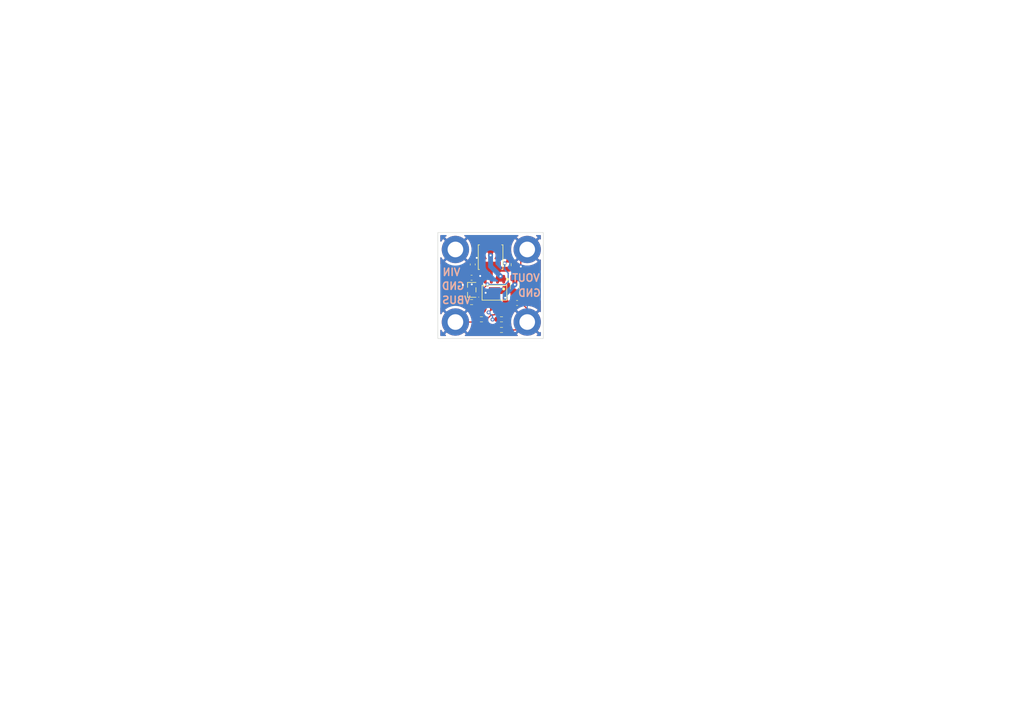
<source format=kicad_pcb>
(kicad_pcb (version 20211014) (generator pcbnew)
  (layers (0 "F.Cu" signal) (31 "B.Cu" signal) (34 "B.Paste" user) (35 "F.Paste" user) (36 "B.SilkS" user "B.Silkscreen") (37 "F.SilkS" user "F.Silkscreen") (38 "B.Mask" user) (39 "F.Mask" user) (44 "Edge.Cuts" user))
  (net 0 "")
  (net 1 "VIN")
  (net 2 "GND")
  (net 3 "Net-(C2-Pad1)")
  (net 4 "Net-(L1-Pad2)")
  (net 5 "VBUS")
  (net 6 "Net-(R1-Pad2)")
  (net 7 "Net-(R3-Pad1)")
  (net 8 "Net-(R4-Pad1)")
  (net 9 "VOUT")
  (footprint "Resistor_SMD:R_0603_1608Metric_Pad0.98x0.95mm_HandSolder" (layer "F.Cu") (at 96.634986 61.970853)
    (fp_text reference "R1" hide)
    (fp_text value "100K")
    (fp_line (start -0.254724 0.5225) (end 0.254724 0.5225) (layer "F.SilkS") (width 0.12))
    (fp_line (start -0.254724 -0.5225) (end 0.254724 -0.5225) (layer "F.SilkS") (width 0.12))
    (pad "1" smd roundrect (at -0.9125 0) (size 0.975 0.95) (layers "F.Cu" "F.Paste" "F.Mask") (net 5 "VBUS"))
    (pad "2" smd roundrect (at 0.9125 0) (size 0.975 0.95) (layers "F.Cu" "F.Paste" "F.Mask") (net 6 "Net-(R1-Pad2)"))
  )
  (footprint "footprint:Solder pad" (layer "F.Cu") (at 109.0168 56.9468 90)
    (fp_text reference "P2" hide)
    (fp_text value "Solder_Pad")
    (pad "1" smd rect (at -0.0762 0.0508 90) (size 2 3.5) (layers "F.Cu" "F.Mask") (net 9 "VOUT"))
  )
  (footprint "Resistor_SMD:R_0603_1608Metric_Pad0.98x0.95mm_HandSolder" (layer "F.Cu") (at 104.2416 54.30565 90)
    (fp_text reference "R2" hide)
    (fp_text value "100K")
    (fp_line (start -0.254724 -0.5225) (end 0.254724 -0.5225) (layer "F.SilkS") (width 0.12))
    (fp_line (start -0.254724 0.5225) (end 0.254724 0.5225) (layer "F.SilkS") (width 0.12))
    (pad "1" smd roundrect (at -0.9125 0 90) (size 0.975 0.95) (layers "F.Cu" "F.Paste" "F.Mask") (net 1 "VIN"))
    (pad "2" smd roundrect (at 0.9125 0 90) (size 0.975 0.95) (layers "F.Cu" "F.Paste" "F.Mask") (net 3 "Net-(C2-Pad1)"))
  )
  (footprint "Capacitor_SMD:C_0603_1608Metric_Pad1.08x0.95mm_HandSolder" (layer "F.Cu") (at 105.9688 62.14765)
    (fp_text reference "C3" hide)
    (fp_text value "22uF")
    (fp_line (start -0.146267 -0.51) (end 0.146267 -0.51) (layer "F.SilkS") (width 0.12))
    (fp_line (start -0.146267 0.51) (end 0.146267 0.51) (layer "F.SilkS") (width 0.12))
    (pad "1" smd roundrect (at -0.8625 0) (size 1.075 0.95) (layers "F.Cu" "F.Paste" "F.Mask") (net 9 "VOUT"))
    (pad "2" smd roundrect (at 0.8625 0) (size 1.075 0.95) (layers "F.Cu" "F.Paste" "F.Mask") (net 2 "GND"))
  )
  (footprint "footprint:IND-SMD_L5.0-W5.0" (layer "F.Cu") (at 100.5332 52.74965 -90)
    (fp_text reference "L1" hide)
    (fp_text value "CKCS5040-3_3UH_M")
    (fp_line (start 2.526213 -2.526213) (end 2.526213 -2.262408) (layer "F.SilkS") (width 0.1524))
    (fp_line (start -2.526213 -2.262408) (end -2.526213 -2.526213) (layer "F.SilkS") (width 0.1524))
    (fp_line (start 2.526213 2.526213) (end 2.526213 2.262408) (layer "F.SilkS") (width 0.1524))
    (fp_line (start -2.526213 2.262408) (end -2.526213 2.526213) (layer "F.SilkS") (width 0.1524))
    (fp_line (start -2.526213 -2.526213) (end 2.526213 -2.526213) (layer "F.SilkS") (width 0.1524))
    (fp_line (start -2.526213 2.526213) (end 2.526213 2.526213) (layer "F.SilkS") (width 0.1524))
    (fp_circle (center 2.5 -2.5) (end 2.529997 -2.5) (layer "F.SilkS") (width 0.059995) (fill none))
    (pad "1" smd rect (at 2 0 270) (size 2.124003 4.220015) (layers "F.Cu" "F.Paste" "F.Mask") (net 1 "VIN"))
    (pad "2" smd rect (at -2 0 270) (size 2.124003 4.220015) (layers "F.Cu" "F.Paste" "F.Mask") (net 4 "Net-(L1-Pad2)"))
  )
  (footprint "footprint:Solder pad" (layer "F.Cu") (at 109.0168 60.0202 90)
    (fp_text reference "P5" hide)
    (fp_text value "Solder_Pad")
    (pad "1" smd rect (at -0.0762 0.0508 90) (size 2 3.5) (layers "F.Cu" "F.Mask") (net 2 "GND"))
  )
  (footprint "MountingHole:MountingHole_3.2mm_M3_DIN965_Pad" (layer "F.Cu") (at 93.3196 66.05925)
    (fp_text reference "H2" hide)
    (fp_text value "MountingHole_Pad")
    (pad "1" thru_hole circle (at 0 0) (size 5.6 5.6) (drill 3.2) (layers *.Cu *.Mask) (net 2 "GND"))
  )
  (footprint "footprint:SOP-8_L4.9-W3.9-P1.27-LS6.0-BL-EP" (layer "F.Cu") (at 101.323794 60.055103 180)
    (fp_text reference "U2" hide)
    (fp_text value "FP6276BXR-G1")
    (fp_line (start 2.526213 -1.521412) (end 2.526213 1.521412) (layer "F.SilkS") (width 0.1524))
    (fp_line (start 2.526213 1.521412) (end -2.526213 1.521412) (layer "F.SilkS") (width 0.1524))
    (fp_line (start -2.526213 -1.521412) (end 2.526213 -1.521412) (layer "F.SilkS") (width 0.1524))
    (fp_line (start -2.526213 1.521412) (end -2.526213 -1.521412) (layer "F.SilkS") (width 0.1524))
    (fp_circle (center -2.651511 2.772416) (end -2.501397 2.772416) (layer "F.SilkS") (width 0.3) (fill none))
    (fp_circle (center -2.450089 3) (end -2.420117 3) (layer "F.SilkS") (width 0.059995) (fill none))
    (fp_circle (center -1.905004 0.769114) (end -1.75489 0.769114) (layer "F.SilkS") (width 0.3) (fill none))
    (pad "1" smd oval (at -1.905004 2.772416 180) (size 0.6 1.8) (layers "F.Cu" "F.Paste" "F.Mask") (net 4 "Net-(L1-Pad2)"))
    (pad "2" smd oval (at -0.635001 2.772416 180) (size 0.6 1.8) (layers "F.Cu" "F.Paste" "F.Mask") (net 4 "Net-(L1-Pad2)"))
    (pad "3" smd oval (at 0.635001 2.772416 180) (size 0.6 1.8) (layers "F.Cu" "F.Paste" "F.Mask") (net 1 "VIN"))
    (pad "4" smd oval (at 1.905004 2.772416 180) (size 0.6 1.8) (layers "F.Cu" "F.Paste" "F.Mask") (net 3 "Net-(C2-Pad1)"))
    (pad "5" smd oval (at 1.905004 -2.772416 180) (size 0.6 1.8) (layers "F.Cu" "F.Paste" "F.Mask") (net 2 "GND"))
    (pad "6" smd oval (at 0.635001 -2.772416 180) (size 0.6 1.8) (layers "F.Cu" "F.Paste" "F.Mask") (net 8 "Net-(R4-Pad1)"))
    (pad "7" smd oval (at -0.635001 -2.772416 180) (size 0.6 1.8) (layers "F.Cu" "F.Paste" "F.Mask") (net 7 "Net-(R3-Pad1)"))
    (pad "8" smd oval (at -1.905004 -2.772416 180) (size 0.6 1.8) (layers "F.Cu" "F.Paste" "F.Mask") (net 9 "VOUT"))
    (pad "9" smd rect (at 0 0 180) (size 2.289992 2.289992) (layers "F.Cu" "F.Paste" "F.Mask") (net 2 "GND"))
  )
  (footprint "footprint:Solder pad" (layer "F.Cu") (at 91.9988 58.5724 90)
    (fp_text reference "P4" hide)
    (fp_text value "Solder_Pad")
    (pad "1" smd rect (at -0.0762 0.0508 90) (size 2 3.5) (layers "F.Cu" "F.Mask") (net 2 "GND"))
  )
  (footprint "Resistor_SMD:R_0603_1608Metric_Pad0.98x0.95mm_HandSolder" (layer "F.Cu") (at 102.7684 65.50045)
    (fp_text reference "R4" hide)
    (fp_text value "36K")
    (fp_line (start -0.254724 -0.5225) (end 0.254724 -0.5225) (layer "F.SilkS") (width 0.12))
    (fp_line (start -0.254724 0.5225) (end 0.254724 0.5225) (layer "F.SilkS") (width 0.12))
    (pad "1" smd roundrect (at -0.9125 0) (size 0.975 0.95) (layers "F.Cu" "F.Paste" "F.Mask") (net 8 "Net-(R4-Pad1)"))
    (pad "2" smd roundrect (at 0.9125 0) (size 0.975 0.95) (layers "F.Cu" "F.Paste" "F.Mask") (net 9 "VOUT"))
  )
  (footprint "Resistor_SMD:R_0603_1608Metric_Pad0.98x0.95mm_HandSolder" (layer "F.Cu") (at 98.6536 65.50045 180)
    (fp_text reference "R3" hide)
    (fp_text value "62K")
    (fp_line (start -0.254724 0.5225) (end 0.254724 0.5225) (layer "F.SilkS") (width 0.12))
    (fp_line (start -0.254724 -0.5225) (end 0.254724 -0.5225) (layer "F.SilkS") (width 0.12))
    (pad "1" smd roundrect (at -0.9125 0 180) (size 0.975 0.95) (layers "F.Cu" "F.Paste" "F.Mask") (net 7 "Net-(R3-Pad1)"))
    (pad "2" smd roundrect (at 0.9125 0 180) (size 0.975 0.95) (layers "F.Cu" "F.Paste" "F.Mask") (net 2 "GND"))
  )
  (footprint "Capacitor_SMD:C_0603_1608Metric_Pad1.08x0.95mm_HandSolder" (layer "F.Cu") (at 96.8756 54.25485 90)
    (fp_text reference "C1" hide)
    (fp_text value "22uF")
    (fp_line (start -0.146267 -0.51) (end 0.146267 -0.51) (layer "F.SilkS") (width 0.12))
    (fp_line (start -0.146267 0.51) (end 0.146267 0.51) (layer "F.SilkS") (width 0.12))
    (pad "1" smd roundrect (at -0.8625 0 90) (size 1.075 0.95) (layers "F.Cu" "F.Paste" "F.Mask") (net 1 "VIN"))
    (pad "2" smd roundrect (at 0.8625 0 90) (size 1.075 0.95) (layers "F.Cu" "F.Paste" "F.Mask") (net 2 "GND"))
  )
  (footprint "Capacitor_SMD:C_0603_1608Metric_Pad1.08x0.95mm_HandSolder" (layer "F.Cu") (at 96.634986 56.96605)
    (fp_text reference "C2" hide)
    (fp_text value "0.1uf")
    (fp_line (start -0.146267 -0.51) (end 0.146267 -0.51) (layer "F.SilkS") (width 0.12))
    (fp_line (start -0.146267 0.51) (end 0.146267 0.51) (layer "F.SilkS") (width 0.12))
    (pad "1" smd roundrect (at -0.8625 0) (size 1.075 0.95) (layers "F.Cu" "F.Paste" "F.Mask") (net 3 "Net-(C2-Pad1)"))
    (pad "2" smd roundrect (at 0.8625 0) (size 1.075 0.95) (layers "F.Cu" "F.Paste" "F.Mask") (net 2 "GND"))
  )
  (footprint "MountingHole:MountingHole_3.2mm_M3_DIN965_Pad" (layer "F.Cu") (at 108.0516 51.17485)
    (fp_text reference "H4" hide)
    (fp_text value "MountingHole_Pad")
    (pad "1" thru_hole circle (at 0 0) (size 5.6 5.6) (drill 3.2) (layers *.Cu *.Mask) (net 2 "GND"))
  )
  (footprint "footprint:Solder pad" (layer "F.Cu") (at 91.9988 61.468 90)
    (fp_text reference "P3" hide)
    (fp_text value "Solder_Pad")
    (pad "1" smd rect (at -0.0762 0.0508 90) (size 2 3.5) (layers "F.Cu" "F.Mask") (net 5 "VBUS"))
  )
  (footprint "Capacitor_SMD:C_1206_3216Metric_Pad1.33x1.80mm_HandSolder" (layer "F.Cu") (at 105.5116 58.59165 -90)
    (fp_text reference "C4" hide)
    (fp_text value "100uF")
    (fp_line (start -0.711252 -0.91) (end 0.711252 -0.91) (layer "F.SilkS") (width 0.12))
    (fp_line (start -0.711252 0.91) (end 0.711252 0.91) (layer "F.SilkS") (width 0.12))
    (pad "1" smd roundrect (at -1.5625 0 270) (size 1.325 1.8) (layers "F.Cu" "F.Paste" "F.Mask") (roundrect_rratio 0.1886792453) (net 9 "VOUT"))
    (pad "2" smd roundrect (at 1.5625 0 270) (size 1.325 1.8) (layers "F.Cu" "F.Paste" "F.Mask") (roundrect_rratio 0.1886792453) (net 2 "GND"))
  )
  (footprint "footprint:SOT-23-3_L3.0-W1.7-P0.95-LS2.9-BR" (layer "F.Cu") (at 96.6724 59.45525)
    (fp_text reference "U1" hide)
    (fp_text value "S8050")
    (fp_line (start 0.8587 -0.455398) (end 0.8587 0.455398) (layer "F.SilkS") (width 0.1524))
    (fp_line (start -0.8587 1.526213) (end -0.8587 0.49459) (layer "F.SilkS") (width 0.1524))
    (fp_line (start 0.8587 -1.526213) (end -0.8587 -1.526213) (layer "F.SilkS") (width 0.1524))
    (fp_line (start 0.8587 1.526213) (end -0.8587 1.526213) (layer "F.SilkS") (width 0.1524))
    (fp_line (start -0.8587 -1.526213) (end -0.8587 -0.49459) (layer "F.SilkS") (width 0.1524))
    (fp_circle (center 1.424994 1.499975) (end 1.454991 1.499975) (layer "F.SilkS") (width 0.059995) (fill none))
    (pad "1" smd rect (at 1.101346 0.949962) (size 1.03749 0.532004) (layers "F.Cu" "F.Paste" "F.Mask") (net 6 "Net-(R1-Pad2)"))
    (pad "2" smd rect (at 1.101346 -0.949962) (size 1.03749 0.532004) (layers "F.Cu" "F.Paste" "F.Mask") (net 2 "GND"))
    (pad "3" smd rect (at -1.101346 0) (size 1.03749 0.532004) (layers "F.Cu" "F.Paste" "F.Mask") (net 3 "Net-(C2-Pad1)"))
  )
  (footprint "footprint:Solder pad" (layer "F.Cu") (at 91.9988 55.6768 90)
    (fp_text reference "P1" hide)
    (fp_text value "Solder_Pad")
    (pad "1" smd rect (at -0.0762 0.0508 90) (size 2 3.5) (layers "F.Cu" "F.Mask") (net 1 "VIN"))
  )
  (footprint "MountingHole:MountingHole_3.2mm_M3_DIN965_Pad" (layer "F.Cu") (at 93.3196 51.17485)
    (fp_text reference "H1" hide)
    (fp_text value "MountingHole_Pad")
    (pad "1" thru_hole circle (at 0 0) (size 5.6 5.6) (drill 3.2) (layers *.Cu *.Mask) (net 2 "GND"))
  )
  (footprint "Resistor_SMD:R_0603_1608Metric_Pad0.98x0.95mm_HandSolder" (layer "F.Cu") (at 102.7684 67.68485 180)
    (fp_text reference "R5" hide)
    (fp_text value "5.1K")
    (fp_line (start -0.254724 -0.5225) (end 0.254724 -0.5225) (layer "F.SilkS") (width 0.12))
    (fp_line (start -0.254724 0.5225) (end 0.254724 0.5225) (layer "F.SilkS") (width 0.12))
    (pad "1" smd roundrect (at -0.9125 0 180) (size 0.975 0.95) (layers "F.Cu" "F.Paste" "F.Mask") (net 2 "GND"))
    (pad "2" smd roundrect (at 0.9125 0 180) (size 0.975 0.95) (layers "F.Cu" "F.Paste" "F.Mask") (net 8 "Net-(R4-Pad1)"))
  )
  (footprint "MountingHole:MountingHole_3.2mm_M3_DIN965_Pad" (layer "F.Cu") (at 108.0516 66.05925)
    (fp_text reference "H3" hide)
    (fp_text value "MountingHole_Pad")
    (pad "1" thru_hole circle (at 0 0) (size 5.6 5.6) (drill 3.2) (layers *.Cu *.Mask) (net 2 "GND"))
  )
  (gr_rect (start 89.7128 47.7012) (end 111.3536 69.4436) (layer "Edge.Cuts") (width 0.1) (fill none))
  (gr_text "GND" (at 92.8624 58.674) (layer "B.SilkS") (effects (font (size 1.5 1.5) (thickness 0.3)) (justify mirror)))
  (gr_text "GND" (at 108.5088 60.0964) (layer "B.SilkS") (effects (font (size 1.5 1.5) (thickness 0.3)) (justify mirror)))
  (gr_text "VOUT" (at 107.7976 56.9976) (layer "B.SilkS") (effects (font (size 1.5 1.5) (thickness 0.3)) (justify mirror)))
  (gr_text "VBUS" (at 93.5228 61.5696) (layer "B.SilkS") (effects (font (size 1.5 1.5) (thickness 0.3)) (justify mirror)))
  (gr_text "VIN" (at 92.5068 55.8292) (layer "B.SilkS") (effects (font (size 1.5 1.5) (thickness 0.3)) (justify mirror)))
  (segment (start 93.0148 55.18805) (end 92.456 55.74685) (width 0.25) (layer "F.Cu") (net 1))
  (segment (start 104.1607 55.23885) (end 101.0224 55.23885) (width 1) (layer "F.Cu") (net 1))
  (segment (start 100.688793 54.905243) (end 100.5332 54.74965) (width 0.25) (layer "F.Cu") (net 1))
  (segment (start 100.9716 55.18805) (end 100.5332 54.74965) (width 0.25) (layer "F.Cu") (net 1))
  (segment (start 96.8049 55.18805) (end 96.7541 55.23885) (width 1) (layer "F.Cu") (net 1))
  (segment (start 101.0224 55.23885) (end 100.9716 55.18805) (width 1) (layer "F.Cu") (net 1))
  (segment (start 96.7541 55.23885) (end 93.0656 55.23885) (width 1) (layer "F.Cu") (net 1))
  (segment (start 100.044 55.23885) (end 100.5332 54.74965) (width 0.25) (layer "F.Cu") (net 1))
  (segment (start 100.688793 57.282687) (end 100.688793 54.905243) (width 0.6) (layer "F.Cu") (net 1))
  (segment (start 96.8756 55.11735) (end 96.8049 55.18805) (width 0.25) (layer "F.Cu") (net 1))
  (segment (start 96.8756 55.11735) (end 96.9971 55.23885) (width 0.25) (layer "F.Cu") (net 1))
  (segment (start 96.9971 55.23885) (end 100.044 55.23885) (width 1) (layer "F.Cu") (net 1))
  (segment (start 104.2416 55.21815) (end 104.2115 55.18805) (width 0.25) (layer "F.Cu") (net 1))
  (segment (start 105.4608 60.10335) (end 105.5116 60.15415) (width 0.25) (layer "F.Cu") (net 2))
  (segment (start 96.840038 58.505288) (end 96.6724 58.33765) (width 0.25) (layer "F.Cu") (net 2))
  (segment (start 97.773746 58.505288) (end 97.773746 57.24231) (width 0.25) (layer "F.Cu") (net 2))
  (segment (start 105.5116 60.15415) (end 105.6009 60.06485) (width 0.25) (layer "F.Cu") (net 2))
  (segment (start 97.7411 65.50045) (end 99.41879 63.82276) (width 0.25) (layer "F.Cu") (net 2))
  (segment (start 101.720447 59.65845) (end 105.4608 59.65845) (width 1) (layer "F.Cu") (net 2))
  (segment (start 95.5371 53.39235) (end 93.3196 51.17485) (width 0.25) (layer "F.Cu") (net 2))
  (segment (start 99.5172 60.06485) (end 101.314047 60.06485) (width 1) (layer "F.Cu") (net 2))
  (segment (start 99.41879 61.960107) (end 101.323794 60.055103) (width 0.25) (layer "F.Cu") (net 2))
  (segment (start 97.773746 58.505288) (end 96.840038 58.505288) (width 0.25) (layer "F.Cu") (net 2))
  (segment (start 108.0516 51.17485) (end 106.7308 52.49565) (width 0.25) (layer "F.Cu") (net 2))
  (segment (start 97.853086 56.61045) (end 97.497486 56.96605) (width 0.25) (layer "F.Cu") (net 2))
  (segment (start 101.314047 60.06485) (end 101.323794 60.055103) (width 1) (layer "F.Cu") (net 2))
  (segment (start 96.8756 53.39235) (end 95.5371 53.39235) (width 0.25) (layer "F.Cu") (net 2))
  (segment (start 105.4608 59.65845) (end 105.4608 60.10335) (width 0.25) (layer "F.Cu") (net 2))
  (segment (start 97.773746 57.24231) (end 97.497486 56.96605) (width 0.25) (layer "F.Cu") (net 2))
  (segment (start 98.3996 56.61045) (end 97.853086 56.61045) (width 0.25) (layer "F.Cu") (net 2))
  (segment (start 105.5116 60.15415) (end 105.5116 60.26805) (width 0.25) (layer "F.Cu") (net 2))
  (segment (start 103.6809 67.68485) (end 106.426 67.68485) (width 0.25) (layer "F.Cu") (net 2))
  (segment (start 96.8756 53.39235) (end 97.1981 53.39235) (width 0.25) (layer "F.Cu") (net 2))
  (segment (start 101.323794 60.055103) (end 101.720447 59.65845) (width 1) (layer "F.Cu") (net 2))
  (segment (start 108.0516 63.36795) (end 106.8313 62.14765) (width 0.25) (layer "F.Cu") (net 2))
  (segment (start 106.7308 52.49565) (end 106.7308 54.68005) (width 0.25) (layer "F.Cu") (net 2))
  (segment (start 97.1823 66.05925) (end 93.3196 66.05925) (width 0.25) (layer "F.Cu") (net 2))
  (segment (start 94.8436 58.43925) (end 92.6592 58.43925) (width 1) (layer "F.Cu") (net 2))
  (segment (start 99.41879 63.82276) (end 99.41879 62.827519) (width 0.25) (layer "F.Cu") (net 2))
  (segment (start 105.6009 60.06485) (end 108.8644 60.06485) (width 1) (layer "F.Cu") (net 2))
  (segment (start 106.426 67.68485) (end 108.0516 66.05925) (width 0.25) (layer "F.Cu") (net 2))
  (segment (start 92.6592 58.43925) (end 92.456 58.64245) (width 0.25) (layer "F.Cu") (net 2))
  (segment (start 99.41879 62.827519) (end 99.41879 61.960107) (width 0.25) (layer "F.Cu") (net 2))
  (segment (start 106.8313 61.58775) (end 106.8313 62.14765) (width 1) (layer "F.Cu") (net 2))
  (segment (start 108.0516 66.05925) (end 108.0516 63.36795) (width 0.25) (layer "F.Cu") (net 2))
  (segment (start 97.1981 53.39235) (end 97.6884 52.90205) (width 0.25) (layer "F.Cu") (net 2))
  (segment (start 105.5116 60.26805) (end 106.8313 61.58775) (width 1) (layer "F.Cu") (net 2))
  (segment (start 97.7411 65.50045) (end 97.1823 66.05925) (width 0.25) (layer "F.Cu") (net 2))
  (via (at 94.8436 58.43925) (size 0.8) (drill 0.4) (layers "F.Cu" "B.Cu") (net 2))
  (via (at 98.3996 56.61045) (size 0.8) (drill 0.4) (layers "F.Cu" "B.Cu") (net 2))
  (via (at 96.6724 58.33765) (size 0.8) (drill 0.4) (layers "F.Cu" "B.Cu") (net 2))
  (via (at 106.7308 54.68005) (size 0.8) (drill 0.4) (layers "F.Cu" "B.Cu") (net 2))
  (via (at 99.5172 60.06485) (size 0.8) (drill 0.4) (layers "F.Cu" "B.Cu") (net 2))
  (via (at 97.6884 52.90205) (size 0.8) (drill 0.4) (layers "F.Cu" "B.Cu") (net 2))
  (segment (start 95.8596 58.33765) (end 94.9452 58.33765) (width 1) (layer "B.Cu") (net 2))
  (segment (start 108.0516 57.145246) (end 108.0516 66.05925) (width 0.25) (layer "B.Cu") (net 2))
  (segment (start 98.806 60.06485) (end 99.5172 60.06485) (width 1) (layer "B.Cu") (net 2))
  (segment (start 94.9452 58.33765) (end 94.8436 58.43925) (width 0.25) (layer "B.Cu") (net 2))
  (segment (start 98.7044 59.96325) (end 98.806 60.06485) (width 1) (layer "B.Cu") (net 2))
  (segment (start 97.4344 58.33765) (end 97.0788 58.33765) (width 0.25) (layer "B.Cu") (net 2))
  (segment (start 95.8596 58.33765) (end 97.0788 58.33765) (width 1) (layer "B.Cu") (net 2))
  (segment (start 97.6884 55.89925) (end 98.3996 56.61045) (width 0.25) (layer "B.Cu") (net 2))
  (segment (start 98.3996 57.37245) (end 97.4344 58.33765) (width 0.25) (layer "B.Cu") (net 2))
  (segment (start 106.7308 54.68005) (end 106.7308 55.824446) (width 0.25) (layer "B.Cu") (net 2))
  (segment (start 96.6724 58.33765) (end 95.8596 58.33765) (width 1) (layer "B.Cu") (net 2))
  (segment (start 97.0788 58.33765) (end 98.7044 59.96325) (width 1) (layer "B.Cu") (net 2))
  (segment (start 106.7308 55.824446) (end 108.0516 57.145246) (width 0.25) (layer "B.Cu") (net 2))
  (segment (start 97.6884 52.90205) (end 97.6884 55.89925) (width 0.25) (layer "B.Cu") (net 2))
  (segment (start 98.3996 56.61045) (end 98.3996 57.37245) (width 0.25) (layer "B.Cu") (net 2))
  (segment (start 95.758 56.980536) (end 95.772486 56.96605) (width 0.25) (layer "F.Cu") (net 3))
  (segment (start 99.905898 58.325605) (end 99.41879 57.838497) (width 0.25) (layer "F.Cu") (net 3))
  (segment (start 104.0553 53.39315) (end 103.4288 54.01965) (width 0.25) (layer "F.Cu") (net 3))
  (segment (start 104.2416 53.39315) (end 104.0553 53.39315) (width 0.25) (layer "F.Cu") (net 3))
  (segment (start 95.758 59.268304) (end 95.758 56.980536) (width 0.25) (layer "F.Cu") (net 3))
  (segment (start 99.41879 57.838497) (end 99.41879 57.282687) (width 0.25) (layer "F.Cu") (net 3))
  (segment (start 95.571054 59.45525) (end 98.776253 59.45525) (width 0.25) (layer "F.Cu") (net 3))
  (segment (start 95.571054 59.45525) (end 95.758 59.268304) (width 0.25) (layer "F.Cu") (net 3))
  (segment (start 98.776253 59.45525) (end 99.905898 58.325605) (width 0.25) (layer "F.Cu") (net 3))
  (via (at 99.905898 58.325605) (size 0.8) (drill 0.4) (layers "F.Cu" "B.Cu") (net 3))
  (via (at 103.4288 54.01965) (size 0.8) (drill 0.4) (layers "F.Cu" "B.Cu") (net 3))
  (segment (start 104.0892 55.95005) (end 104.14 56.00085) (width 0.25) (layer "B.Cu") (net 3))
  (segment (start 104.14 56.00085) (end 104.14 57.77885) (width 0.25) (layer "B.Cu") (net 3))
  (segment (start 99.968743 58.38845) (end 99.905898 58.325605) (width 0.25) (layer "B.Cu") (net 3))
  (segment (start 104.14 57.77885) (end 103.5304 58.38845) (width 0.25) (layer "B.Cu") (net 3))
  (segment (start 103.4288 55.28965) (end 104.0892 55.95005) (width 0.25) (layer "B.Cu") (net 3))
  (segment (start 101.8032 58.38845) (end 99.968743 58.38845) (width 0.25) (layer "B.Cu") (net 3))
  (segment (start 103.4288 54.01965) (end 103.4288 55.28965) (width 0.25) (layer "B.Cu") (net 3))
  (segment (start 103.5304 58.38845) (end 101.8032 58.38845) (width 0.25) (layer "B.Cu") (net 3))
  (segment (start 101.958795 57.282687) (end 103.228798 57.282687) (width 1) (layer "F.Cu") (net 4))
  (segment (start 101.958795 57.267655) (end 102.5652 56.66125) (width 1) (layer "F.Cu") (net 4))
  (segment (start 100.5332 52.39405) (end 100.5332 50.74965) (width 1) (layer "F.Cu") (net 4))
  (segment (start 101.958795 57.282687) (end 101.958795 57.267655) (width 1) (layer "F.Cu") (net 4))
  (via (at 102.5652 56.66125) (size 0.8) (drill 0.4) (layers "F.Cu" "B.Cu") (net 4))
  (via (at 100.5332 52.39405) (size 0.8) (drill 0.4) (layers "F.Cu" "B.Cu") (net 4))
  (segment (start 100.5332 54.62925) (end 100.5332 52.39405) (width 1) (layer "B.Cu") (net 4))
  (segment (start 102.5652 56.66125) (end 100.5332 54.62925) (width 1) (layer "B.Cu") (net 4))
  (segment (start 95.722486 61.970853) (end 92.888803 61.970853) (width 0.25) (layer "F.Cu") (net 5))
  (segment (start 92.888803 61.970853) (end 92.456 61.53805) (width 0.25) (layer "F.Cu") (net 5))
  (segment (start 97.547486 61.970853) (end 97.547486 60.631472) (width 0.25) (layer "F.Cu") (net 6))
  (segment (start 97.547486 60.631472) (end 97.773746 60.405212) (width 0.25) (layer "F.Cu") (net 6))
  (segment (start 99.5661 65.50045) (end 99.7712 65.50045) (width 0.25) (layer "F.Cu") (net 7))
  (segment (start 101.958795 63.922455) (end 101.958795 62.827519) (width 0.25) (layer "F.Cu") (net 7))
  (segment (start 101.2952 64.58605) (end 101.958795 63.922455) (width 0.25) (layer "F.Cu") (net 7))
  (segment (start 100.6856 64.58605) (end 101.2952 64.58605) (width 0.25) (layer "F.Cu") (net 7))
  (segment (start 99.7712 65.50045) (end 100.6856 64.58605) (width 0.25) (layer "F.Cu") (net 7))
  (segment (start 101.8559 65.50045) (end 101.8559 67.68485) (width 0.25) (layer "F.Cu") (net 8))
  (segment (start 101.8559 65.50045) (end 100.9904 65.50045) (width 0.25) (layer "F.Cu") (net 8))
  (segment (start 100.688793 63.516057) (end 100.688793 62.827519) (width 0.25) (layer "F.Cu") (net 8))
  (segment (start 100.1268 64.07805) (end 100.688793 63.516057) (width 0.25) (layer "F.Cu") (net 8))
  (segment (start 100.9904 65.50045) (end 100.9396 65.55125) (width 0.25) (layer "F.Cu") (net 8))
  (via (at 100.9396 65.55125) (size 0.8) (drill 0.4) (layers "F.Cu" "B.Cu") (net 8))
  (via (at 100.1268 64.07805) (size 0.8) (drill 0.4) (layers "F.Cu" "B.Cu") (net 8))
  (segment (start 100.9396 65.55125) (end 100.9396 64.89085) (width 0.25) (layer "B.Cu") (net 8))
  (segment (start 100.9396 64.89085) (end 100.1268 64.07805) (width 0.25) (layer "B.Cu") (net 8))
  (segment (start 105.1063 62.14765) (end 103.908667 62.14765) (width 1) (layer "F.Cu") (net 9))
  (segment (start 103.6809 64.58415) (end 103.228798 64.132048) (width 0.25) (layer "F.Cu") (net 9))
  (segment (start 103.908667 62.14765) (end 103.5304 61.769383) (width 1) (layer "F.Cu") (net 9))
  (segment (start 103.228798 64.132048) (end 103.228798 62.827519) (width 0.25) (layer "F.Cu") (net 9))
  (segment (start 105.5116 58.38845) (end 105.5116 57.02915) (width 1) (layer "F.Cu") (net 9))
  (segment (start 105.5493 56.99145) (end 108.8644 56.99145) (width 1.3) (layer "F.Cu") (net 9))
  (segment (start 103.6809 65.50045) (end 103.6809 64.58415) (width 0.25) (layer "F.Cu") (net 9))
  (segment (start 103.5304 61.769383) (end 103.5304 61.08085) (width 1) (layer "F.Cu") (net 9))
  (segment (start 103.908667 62.14765) (end 103.228798 62.827519) (width 1) (layer "F.Cu") (net 9))
  (segment (start 105.5116 57.02915) (end 105.5493 56.99145) (width 0.25) (layer "F.Cu") (net 9))
  (via (at 105.5116 58.38845) (size 0.8) (drill 0.4) (layers "F.Cu" "B.Cu") (net 9))
  (via (at 103.5304 61.08085) (size 0.8) (drill 0.4) (layers "F.Cu" "B.Cu") (net 9))
  (segment (start 103.5304 60.36965) (end 105.5116 58.38845) (width 1) (layer "B.Cu") (net 9))
  (segment (start 103.5304 61.08085) (end 103.5304 60.36965) (width 1) (layer "B.Cu") (net 9))
  (zone (net 2) (net_name "GND") (layers F&B.Cu) (connect_pads (clearance 0.508)) (min_thickness 0.254) (fill yes (thermal_gap 0.508) (thermal_bridge_width 0.508))
    (polygon (pts (xy 209.9564 148.082) (xy -0.1016 148.082) (xy -0.1016 0) (xy 209.9564 0)))
  )
)
</source>
